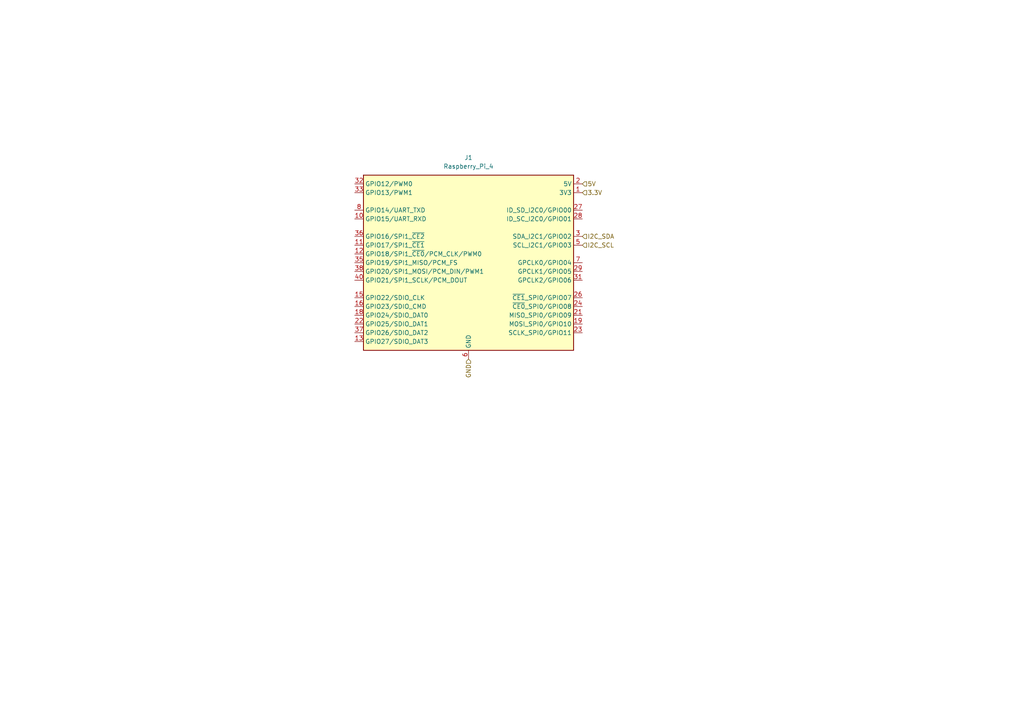
<source format=kicad_sch>
(kicad_sch (version 20231120) (generator "eeschema") (generator_version "8.0")
  (paper "A4")
  (lib_symbols
    (symbol "Connector:Raspberry_Pi_4"
      (property "Reference" "J" (at -17.526 48.768 0))
      (property "Value" "Raspberry_Pi_4" (at 15.748 -26.416 0))
      (symbol "Raspberry_Pi_4_0_1"
        (rectangle (start -30.48 25.4) (end 30.48 -25.4) (stroke (width 0.254)) (fill (type background)))
      )
      (symbol "Raspberry_Pi_4_1_1"
        (pin power_out line (at 33.02 20.32 180) (length 2.54) (name "3V3") (number "1"))
        (pin bidirectional line (at -33.02 12.7 0) (length 2.54) (name "GPIO15/UART_RXD") (number "10"))
        (pin bidirectional line (at -33.02 5.08 0) (length 2.54) (name "GPIO17/SPI1_~{CE1}") (number "11"))
        (pin bidirectional line (at -33.02 2.54 0) (length 2.54) (name "GPIO18/SPI1_~{CE0}/PCM_CLK/PWM0") (number "12"))
        (pin bidirectional line (at -33.02 -22.86 0) (length 2.54) (name "GPIO27/SDIO_DAT3") (number "13"))
        (pin passive line (at 0 -27.94 90) (length 2.54) hide (name "GND") (number "14"))
        (pin bidirectional line (at -33.02 -10.16 0) (length 2.54) (name "GPIO22/SDIO_CLK") (number "15"))
        (pin bidirectional line (at -33.02 -12.7 0) (length 2.54) (name "GPIO23/SDIO_CMD") (number "16"))
        (pin passive line (at 33.02 20.32 180) (length 2.54) hide (name "3V3") (number "17"))
        (pin bidirectional line (at -33.02 -15.24 0) (length 2.54) (name "GPIO24/SDIO_DAT0") (number "18"))
        (pin bidirectional line (at 33.02 -17.78 180) (length 2.54) (name "MOSI_SPI0/GPIO10") (number "19"))
        (pin power_out line (at 33.02 22.86 180) (length 2.54) (name "5V") (number "2"))
        (pin passive line (at 0 -27.94 90) (length 2.54) hide (name "GND") (number "20"))
        (pin bidirectional line (at 33.02 -15.24 180) (length 2.54) (name "MISO_SPI0/GPIO09") (number "21"))
        (pin bidirectional line (at -33.02 -17.78 0) (length 2.54) (name "GPIO25/SDIO_DAT1") (number "22"))
        (pin bidirectional line (at 33.02 -20.32 180) (length 2.54) (name "SCLK_SPI0/GPIO11") (number "23"))
        (pin bidirectional line (at 33.02 -12.7 180) (length 2.54) (name "~{CE0}_SPI0/GPIO08") (number "24"))
        (pin passive line (at 0 -27.94 90) (length 2.54) hide (name "GND") (number "25"))
        (pin bidirectional line (at 33.02 -10.16 180) (length 2.54) (name "~{CE1}_SPI0/GPIO07") (number "26"))
        (pin bidirectional line (at 33.02 15.24 180) (length 2.54) (name "ID_SD_I2C0/GPIO00") (number "27"))
        (pin bidirectional line (at 33.02 12.7 180) (length 2.54) (name "ID_SC_I2C0/GPIO01") (number "28"))
        (pin bidirectional line (at 33.02 -2.54 180) (length 2.54) (name "GPCLK1/GPIO05") (number "29"))
        (pin bidirectional line (at 33.02 7.62 180) (length 2.54) (name "SDA_I2C1/GPIO02") (number "3"))
        (pin passive line (at 0 -27.94 90) (length 2.54) hide (name "GND") (number "30"))
        (pin bidirectional line (at 33.02 -5.08 180) (length 2.54) (name "GPCLK2/GPIO06") (number "31"))
        (pin bidirectional line (at -33.02 22.86 0) (length 2.54) (name "GPIO12/PWM0") (number "32"))
        (pin bidirectional line (at -33.02 20.32 0) (length 2.54) (name "GPIO13/PWM1") (number "33"))
        (pin passive line (at 0 -27.94 90) (length 2.54) hide (name "GND") (number "34"))
        (pin bidirectional line (at -33.02 0 0) (length 2.54) (name "GPIO19/SPI1_MISO/PCM_FS") (number "35"))
        (pin bidirectional line (at -33.02 7.62 0) (length 2.54) (name "GPIO16/SPI1_~{CE2}") (number "36"))
        (pin bidirectional line (at -33.02 -20.32 0) (length 2.54) (name "GPIO26/SDIO_DAT2") (number "37"))
        (pin bidirectional line (at -33.02 -2.54 0) (length 2.54) (name "GPIO20/SPI1_MOSI/PCM_DIN/PWM1") (number "38"))
        (pin passive line (at 0 -27.94 90) (length 2.54) hide (name "GND") (number "39"))
        (pin passive line (at 33.02 22.86 180) (length 2.54) hide (name "5V") (number "4"))
        (pin bidirectional line (at -33.02 -5.08 0) (length 2.54) (name "GPIO21/SPI1_SCLK/PCM_DOUT") (number "40"))
        (pin bidirectional line (at 33.02 5.08 180) (length 2.54) (name "SCL_I2C1/GPIO03") (number "5"))
        (pin power_out line (at 0 -27.94 90) (length 2.54) (name "GND") (number "6"))
        (pin bidirectional line (at 33.02 0 180) (length 2.54) (name "GPCLK0/GPIO04") (number "7"))
        (pin bidirectional line (at -33.02 15.24 0) (length 2.54) (name "GPIO14/UART_TXD") (number "8"))
        (pin passive line (at 0 -27.94 90) (length 2.54) hide (name "GND") (number "9"))
      )
    )
  )
  (hierarchical_label "5V" (shape input) (at 168.91 53.34 0))
  (hierarchical_label "GND" (shape input) (at 135.89 104.14 270))
  (hierarchical_label "I2C_SDA" (shape input) (at 168.91 68.58 0))
  (hierarchical_label "3.3V" (shape input) (at 168.91 55.88 0))
  (hierarchical_label "I2C_SCL" (shape input) (at 168.91 71.12 0))
  (symbol (lib_id "Connector:Raspberry_Pi_4") (at 135.89 76.2 0) (unit 1)
    (property "Reference" "J1" (at 135.89 45.72 0))
    (property "Value" "Raspberry_Pi_4" (at 135.89 48.26 0))
    (property "Datasheet" "https://datasheets.raspberrypi.com/rpi4/raspberry-pi-4-datasheet.pdf" (effects (hide yes)))
    (property "Description" "Raspberry Pi 4 Model B" (effects (hide yes)))
  )
)
</source>
